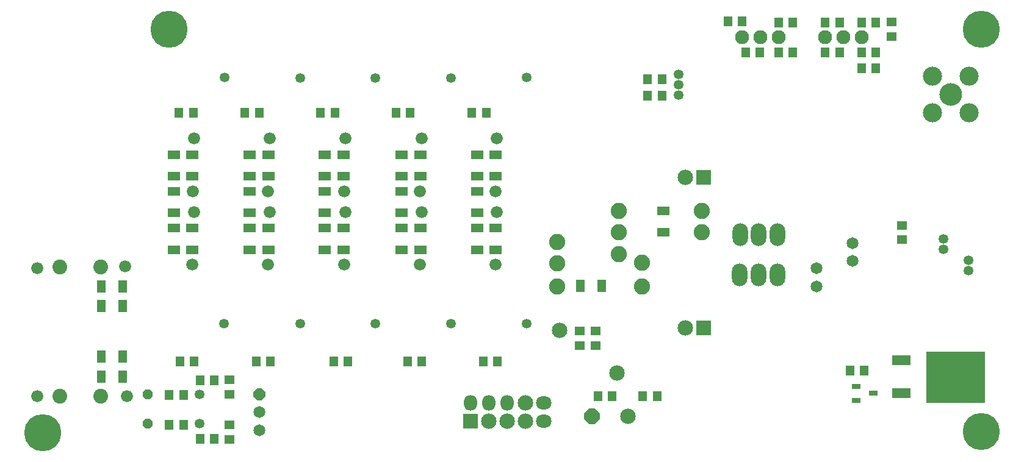
<source format=gbs>
G04*
G04 #@! TF.GenerationSoftware,Altium Limited,Altium Designer,21.2.1 (34)*
G04*
G04 Layer_Color=16711935*
%FSLAX44Y44*%
%MOMM*%
G71*
G04*
G04 #@! TF.SameCoordinates,E8695898-D4BD-45AE-B535-2771739DBF24*
G04*
G04*
G04 #@! TF.FilePolarity,Negative*
G04*
G01*
G75*
%ADD20R,1.1500X1.4000*%
%ADD22R,1.4000X1.1500*%
%ADD24R,1.1500X0.7500*%
%ADD28R,1.7500X1.1500*%
%ADD31R,1.1500X1.7500*%
%ADD32R,2.1500X2.1500*%
%ADD33O,2.1500X1.8500*%
%ADD34O,1.8500X2.1500*%
%ADD35C,2.1500*%
%ADD36C,1.3500*%
%ADD37C,2.0500*%
%ADD38C,1.6740*%
%ADD39P,1.4612X8X22.5*%
%ADD40P,1.7860X8X292.5*%
%ADD41C,1.6500*%
%ADD42C,2.2500*%
%ADD43C,5.1500*%
%ADD44C,1.9500*%
%ADD45P,2.3272X8X22.5*%
%ADD46O,2.1500X3.1500*%
%ADD47C,2.6500*%
%ADD48C,3.1500*%
%ADD106R,2.6500X1.3500*%
%ADD107R,8.1500X7.1500*%
D20*
X1115250Y599250D02*
D03*
X1135250D02*
D03*
X1165250Y599250D02*
D03*
X1185250D02*
D03*
X1185250Y535750D02*
D03*
X1165250D02*
D03*
X1185500Y557500D02*
D03*
X1165500D02*
D03*
X1115250Y557500D02*
D03*
X1135250D02*
D03*
X1004500Y557500D02*
D03*
X1024500D02*
D03*
X888750Y521000D02*
D03*
X868750D02*
D03*
X888750Y497750D02*
D03*
X868750D02*
D03*
X640500Y129000D02*
D03*
X660500D02*
D03*
X325500Y129000D02*
D03*
X345500D02*
D03*
X247500Y21250D02*
D03*
X267500D02*
D03*
X204750Y41000D02*
D03*
X224750D02*
D03*
X204750Y82250D02*
D03*
X224750D02*
D03*
X219750Y129000D02*
D03*
X239750D02*
D03*
X309750Y474250D02*
D03*
X329750D02*
D03*
X625000D02*
D03*
X645000D02*
D03*
X247500Y102000D02*
D03*
X267500D02*
D03*
X415000Y474250D02*
D03*
X435000D02*
D03*
X519500D02*
D03*
X539500D02*
D03*
X535500Y129000D02*
D03*
X555500D02*
D03*
X433000Y129000D02*
D03*
X453000D02*
D03*
X218250Y474250D02*
D03*
X238250D02*
D03*
X1000000Y601250D02*
D03*
X980000D02*
D03*
X1169407Y115555D02*
D03*
X1149407D02*
D03*
X862000Y80000D02*
D03*
X882000D02*
D03*
X819500Y80000D02*
D03*
X799500D02*
D03*
X1050250Y599250D02*
D03*
X1070250D02*
D03*
X1050250Y557500D02*
D03*
X1070250D02*
D03*
D22*
X774500Y170750D02*
D03*
Y150750D02*
D03*
X796250Y170750D02*
D03*
Y150750D02*
D03*
X288500Y40250D02*
D03*
Y20250D02*
D03*
Y83000D02*
D03*
Y103000D02*
D03*
X1221500Y297750D02*
D03*
Y317750D02*
D03*
X1206750Y600000D02*
D03*
Y580000D02*
D03*
D24*
X1181924Y84250D02*
D03*
X1157924Y93750D02*
D03*
Y74750D02*
D03*
D28*
X890500Y308000D02*
D03*
Y338000D02*
D03*
X237250Y283750D02*
D03*
Y313750D02*
D03*
X211500Y284000D02*
D03*
Y314000D02*
D03*
Y415750D02*
D03*
Y385750D02*
D03*
Y364875D02*
D03*
Y334875D02*
D03*
X237250Y385750D02*
D03*
Y415750D02*
D03*
X316750D02*
D03*
Y385750D02*
D03*
X343000Y283750D02*
D03*
Y313750D02*
D03*
X316750Y283839D02*
D03*
Y313839D02*
D03*
X316750Y364875D02*
D03*
Y334875D02*
D03*
X343000Y385750D02*
D03*
Y415750D02*
D03*
X421000D02*
D03*
Y385750D02*
D03*
Y283839D02*
D03*
Y313839D02*
D03*
X447250Y283750D02*
D03*
Y313750D02*
D03*
X421000Y364875D02*
D03*
Y334875D02*
D03*
X447250Y385750D02*
D03*
Y415750D02*
D03*
X527250D02*
D03*
Y385750D02*
D03*
Y283839D02*
D03*
Y313839D02*
D03*
X553250Y283750D02*
D03*
Y313750D02*
D03*
X527250Y364875D02*
D03*
Y334875D02*
D03*
X553250Y385750D02*
D03*
Y415750D02*
D03*
X632250Y283839D02*
D03*
Y313839D02*
D03*
X657500Y283839D02*
D03*
Y313839D02*
D03*
X632250Y364875D02*
D03*
Y334875D02*
D03*
X632250Y415750D02*
D03*
Y385750D02*
D03*
X657500D02*
D03*
Y415750D02*
D03*
D31*
X775250Y233500D02*
D03*
X805250D02*
D03*
X140371Y107250D02*
D03*
X110371D02*
D03*
X140371Y135500D02*
D03*
X110371D02*
D03*
X140371Y205500D02*
D03*
X110371D02*
D03*
X140371Y232500D02*
D03*
X110371D02*
D03*
D32*
X622850Y46000D02*
D03*
X946030Y384500D02*
D03*
X946030Y175250D02*
D03*
D33*
X724450Y71400D02*
D03*
Y46000D02*
D03*
D34*
X673650Y71400D02*
D03*
X622850D02*
D03*
X648250D02*
D03*
D35*
X699050D02*
D03*
Y46000D02*
D03*
X648250D02*
D03*
X673650D02*
D03*
X826250Y112250D02*
D03*
X746500Y171750D02*
D03*
X920630Y384500D02*
D03*
X920630Y175250D02*
D03*
X841500Y52250D02*
D03*
D36*
X1278861Y298839D02*
D03*
X1278750Y284500D02*
D03*
X1313861Y268839D02*
D03*
X1313750Y254500D02*
D03*
X247000Y42250D02*
D03*
X247000Y82750D02*
D03*
X386500Y522625D02*
D03*
X491000D02*
D03*
X596000D02*
D03*
X700500Y522875D02*
D03*
X281500D02*
D03*
X281250Y181375D02*
D03*
X386500Y181125D02*
D03*
X491000D02*
D03*
X596250Y180875D02*
D03*
X701250Y181125D02*
D03*
X911250Y499000D02*
D03*
Y513375D02*
D03*
Y527750D02*
D03*
D37*
X52750Y259750D02*
D03*
Y80500D02*
D03*
X110250D02*
D03*
Y259750D02*
D03*
D38*
X21500Y80500D02*
D03*
X146500D02*
D03*
X144000Y260500D02*
D03*
X21500Y258000D02*
D03*
X447418Y263395D02*
D03*
X449363Y336404D02*
D03*
X553086Y263395D02*
D03*
X555030Y336404D02*
D03*
X342250Y263395D02*
D03*
X344195Y336403D02*
D03*
X657336Y263395D02*
D03*
X659280Y336404D02*
D03*
X657336Y365145D02*
D03*
X659280Y438154D02*
D03*
X553086Y365145D02*
D03*
X555030Y438154D02*
D03*
X447418Y365145D02*
D03*
X449363Y438154D02*
D03*
X342250Y365145D02*
D03*
X344195Y438153D02*
D03*
X239195Y336403D02*
D03*
X237250Y263395D02*
D03*
X239445Y438153D02*
D03*
X237500Y365145D02*
D03*
D39*
X175250Y42250D02*
D03*
X175250Y82750D02*
D03*
D40*
X329880Y83060D02*
D03*
D41*
Y58060D02*
D03*
Y33060D02*
D03*
X1153000Y293000D02*
D03*
Y268000D02*
D03*
X1103000Y233000D02*
D03*
Y258000D02*
D03*
D42*
X943500Y338000D02*
D03*
Y308000D02*
D03*
X861000Y233000D02*
D03*
Y265500D02*
D03*
X828500Y278000D02*
D03*
Y308000D02*
D03*
Y338000D02*
D03*
X743000Y233000D02*
D03*
Y264750D02*
D03*
Y294750D02*
D03*
D43*
X29750Y30000D02*
D03*
X205000Y590000D02*
D03*
X1331750Y31000D02*
D03*
X1331750Y590000D02*
D03*
D44*
X1114750Y578750D02*
D03*
X1140150D02*
D03*
X1165550D02*
D03*
X999440Y578750D02*
D03*
X1024840D02*
D03*
X1050240D02*
D03*
D45*
X791500Y52250D02*
D03*
D46*
X1048970Y304500D02*
D03*
X1022970D02*
D03*
X996970D02*
D03*
X996500Y248750D02*
D03*
X1022500D02*
D03*
X1048500D02*
D03*
D47*
X1263850Y524900D02*
D03*
Y474100D02*
D03*
X1314650D02*
D03*
Y524900D02*
D03*
D48*
X1289250Y499500D02*
D03*
D106*
X1220750Y84600D02*
D03*
Y130400D02*
D03*
D107*
X1295750Y106750D02*
D03*
M02*

</source>
